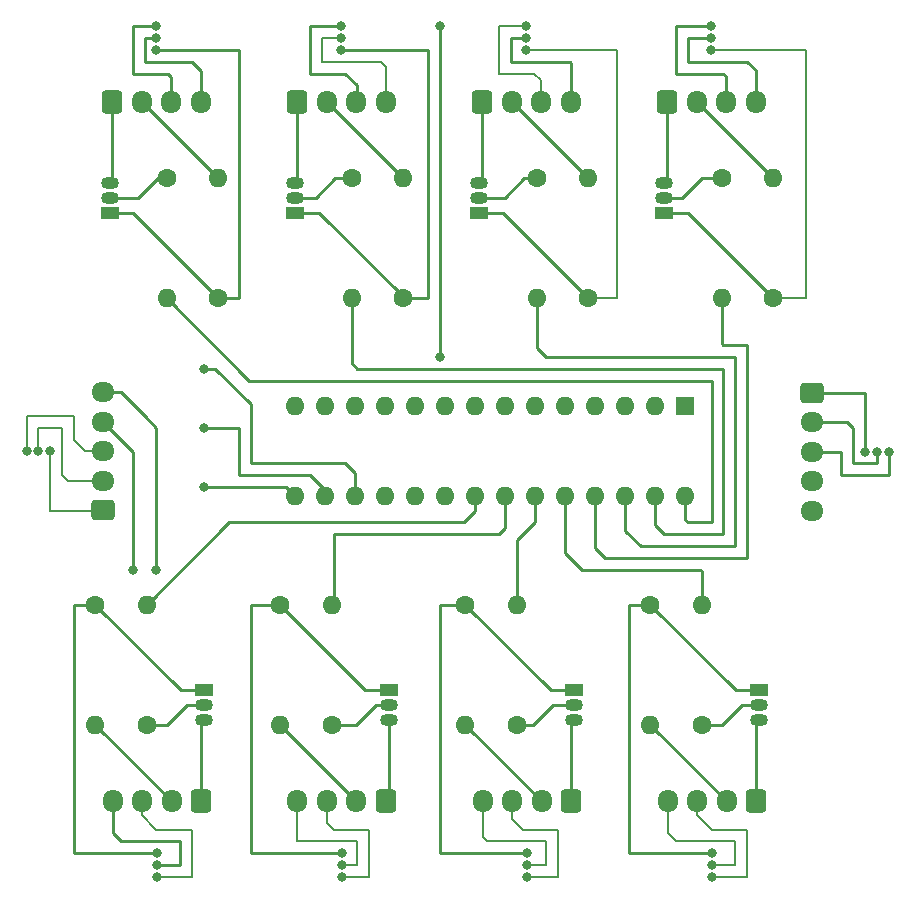
<source format=gbr>
%TF.GenerationSoftware,KiCad,Pcbnew,(6.0.10-0)*%
%TF.CreationDate,2023-02-19T00:01:58-07:00*%
%TF.ProjectId,andyvision_kicad,616e6479-7669-4736-996f-6e5f6b696361,1.0*%
%TF.SameCoordinates,Original*%
%TF.FileFunction,Copper,L2,Bot*%
%TF.FilePolarity,Positive*%
%FSLAX46Y46*%
G04 Gerber Fmt 4.6, Leading zero omitted, Abs format (unit mm)*
G04 Created by KiCad (PCBNEW (6.0.10-0)) date 2023-02-19 00:01:58*
%MOMM*%
%LPD*%
G01*
G04 APERTURE LIST*
G04 Aperture macros list*
%AMRoundRect*
0 Rectangle with rounded corners*
0 $1 Rounding radius*
0 $2 $3 $4 $5 $6 $7 $8 $9 X,Y pos of 4 corners*
0 Add a 4 corners polygon primitive as box body*
4,1,4,$2,$3,$4,$5,$6,$7,$8,$9,$2,$3,0*
0 Add four circle primitives for the rounded corners*
1,1,$1+$1,$2,$3*
1,1,$1+$1,$4,$5*
1,1,$1+$1,$6,$7*
1,1,$1+$1,$8,$9*
0 Add four rect primitives between the rounded corners*
20,1,$1+$1,$2,$3,$4,$5,0*
20,1,$1+$1,$4,$5,$6,$7,0*
20,1,$1+$1,$6,$7,$8,$9,0*
20,1,$1+$1,$8,$9,$2,$3,0*%
G04 Aperture macros list end*
%TA.AperFunction,ComponentPad*%
%ADD10C,1.600000*%
%TD*%
%TA.AperFunction,ComponentPad*%
%ADD11O,1.600000X1.600000*%
%TD*%
%TA.AperFunction,ComponentPad*%
%ADD12RoundRect,0.250000X0.725000X-0.600000X0.725000X0.600000X-0.725000X0.600000X-0.725000X-0.600000X0*%
%TD*%
%TA.AperFunction,ComponentPad*%
%ADD13O,1.950000X1.700000*%
%TD*%
%TA.AperFunction,ComponentPad*%
%ADD14RoundRect,0.250000X0.600000X0.725000X-0.600000X0.725000X-0.600000X-0.725000X0.600000X-0.725000X0*%
%TD*%
%TA.AperFunction,ComponentPad*%
%ADD15O,1.700000X1.950000*%
%TD*%
%TA.AperFunction,ComponentPad*%
%ADD16R,1.500000X1.050000*%
%TD*%
%TA.AperFunction,ComponentPad*%
%ADD17O,1.500000X1.050000*%
%TD*%
%TA.AperFunction,ComponentPad*%
%ADD18RoundRect,0.250000X-0.600000X-0.725000X0.600000X-0.725000X0.600000X0.725000X-0.600000X0.725000X0*%
%TD*%
%TA.AperFunction,ComponentPad*%
%ADD19R,1.600000X1.600000*%
%TD*%
%TA.AperFunction,ComponentPad*%
%ADD20RoundRect,0.250000X-0.725000X0.600000X-0.725000X-0.600000X0.725000X-0.600000X0.725000X0.600000X0*%
%TD*%
%TA.AperFunction,ViaPad*%
%ADD21C,0.800000*%
%TD*%
%TA.AperFunction,Conductor*%
%ADD22C,0.250000*%
%TD*%
%TA.AperFunction,Conductor*%
%ADD23C,0.200000*%
%TD*%
G04 APERTURE END LIST*
D10*
%TO.P,R12,1*%
%TO.N,Net-(Q6-Pad2)*%
X150490000Y-117110000D03*
D11*
%TO.P,R12,2*%
%TO.N,/daisy/JPB15/DIG OUT*%
X150490000Y-106950000D03*
%TD*%
D10*
%TO.P,R16,1*%
%TO.N,Net-(Q8-Pad2)*%
X119170000Y-117110000D03*
D11*
%TO.P,R16,2*%
%TO.N,/daisy/JPB16/DIG OUT*%
X119170000Y-106950000D03*
%TD*%
D10*
%TO.P,R6,1*%
%TO.N,Net-(Q3-Pad2)*%
X152190000Y-70840000D03*
D11*
%TO.P,R6,2*%
%TO.N,/daisy/JPB12/DIG OUT*%
X152190000Y-81000000D03*
%TD*%
D10*
%TO.P,R11,1*%
%TO.N,GND*%
X146160000Y-106950000D03*
D11*
%TO.P,R11,2*%
%TO.N,/daisy/JPB15/DIG IN*%
X146160000Y-117110000D03*
%TD*%
D12*
%TO.P,J2,1,Pin_1*%
%TO.N,GND*%
X115475000Y-98975000D03*
D13*
%TO.P,J2,2,Pin_2*%
%TO.N,+12V*%
X115475000Y-96475000D03*
%TO.P,J2,3,Pin_3*%
%TO.N,+5V*%
X115475000Y-93975000D03*
%TO.P,J2,4,Pin_4*%
%TO.N,/daisy/SCL*%
X115475000Y-91475000D03*
%TO.P,J2,5,Pin_5*%
%TO.N,/daisy/SDA*%
X115475000Y-88975000D03*
%TD*%
D14*
%TO.P,J9,1,Pin_1*%
%TO.N,Net-(J9-Pad1)*%
X139435000Y-123555000D03*
D15*
%TO.P,J9,2,Pin_2*%
%TO.N,/daisy/JPB13/DIG IN*%
X136935000Y-123555000D03*
%TO.P,J9,3,Pin_3*%
%TO.N,+5V*%
X134435000Y-123555000D03*
%TO.P,J9,4,Pin_4*%
%TO.N,+12V*%
X131935000Y-123555000D03*
%TD*%
D10*
%TO.P,R13,1*%
%TO.N,GND*%
X130485000Y-106950000D03*
D11*
%TO.P,R13,2*%
%TO.N,/daisy/JPB13/DIG IN*%
X130485000Y-117110000D03*
%TD*%
D16*
%TO.P,Q4,1,E*%
%TO.N,GND*%
X163010000Y-73790000D03*
D17*
%TO.P,Q4,2,B*%
%TO.N,Net-(Q4-Pad2)*%
X163010000Y-72520000D03*
%TO.P,Q4,3,C*%
%TO.N,Net-(J6-Pad1)*%
X163010000Y-71250000D03*
%TD*%
D18*
%TO.P,J4,1,Pin_1*%
%TO.N,Net-(J4-Pad1)*%
X131910000Y-64395000D03*
D15*
%TO.P,J4,2,Pin_2*%
%TO.N,/daisy/JPB10/DIG IN*%
X134410000Y-64395000D03*
%TO.P,J4,3,Pin_3*%
%TO.N,+5V*%
X136910000Y-64395000D03*
%TO.P,J4,4,Pin_4*%
%TO.N,+12V*%
X139410000Y-64395000D03*
%TD*%
D10*
%TO.P,R4,1*%
%TO.N,Net-(Q2-Pad2)*%
X136530000Y-70840000D03*
D11*
%TO.P,R4,2*%
%TO.N,/daisy/JPB10/DIG OUT*%
X136530000Y-81000000D03*
%TD*%
D16*
%TO.P,Q7,1,E*%
%TO.N,GND*%
X139685000Y-114160000D03*
D17*
%TO.P,Q7,2,B*%
%TO.N,Net-(Q7-Pad2)*%
X139685000Y-115430000D03*
%TO.P,Q7,3,C*%
%TO.N,Net-(J9-Pad1)*%
X139685000Y-116700000D03*
%TD*%
D10*
%TO.P,R8,1*%
%TO.N,Net-(Q4-Pad2)*%
X167850000Y-70840000D03*
D11*
%TO.P,R8,2*%
%TO.N,/daisy/JPB11/DIG OUT*%
X167850000Y-81000000D03*
%TD*%
D16*
%TO.P,Q6,1,E*%
%TO.N,GND*%
X155330000Y-114160000D03*
D17*
%TO.P,Q6,2,B*%
%TO.N,Net-(Q6-Pad2)*%
X155330000Y-115430000D03*
%TO.P,Q6,3,C*%
%TO.N,Net-(J8-Pad1)*%
X155330000Y-116700000D03*
%TD*%
D10*
%TO.P,R7,1*%
%TO.N,GND*%
X172180000Y-81000000D03*
D11*
%TO.P,R7,2*%
%TO.N,/daisy/JPB11/DIG IN*%
X172180000Y-70840000D03*
%TD*%
D16*
%TO.P,Q3,1,E*%
%TO.N,GND*%
X147350000Y-73790000D03*
D17*
%TO.P,Q3,2,B*%
%TO.N,Net-(Q3-Pad2)*%
X147350000Y-72520000D03*
%TO.P,Q3,3,C*%
%TO.N,Net-(J5-Pad1)*%
X147350000Y-71250000D03*
%TD*%
D16*
%TO.P,Q5,1,E*%
%TO.N,GND*%
X170990000Y-114160000D03*
D17*
%TO.P,Q5,2,B*%
%TO.N,Net-(Q5-Pad2)*%
X170990000Y-115430000D03*
%TO.P,Q5,3,C*%
%TO.N,Net-(J7-Pad1)*%
X170990000Y-116700000D03*
%TD*%
D14*
%TO.P,J8,1,Pin_1*%
%TO.N,Net-(J8-Pad1)*%
X155110000Y-123555000D03*
D15*
%TO.P,J8,2,Pin_2*%
%TO.N,/daisy/JPB15/DIG IN*%
X152610000Y-123555000D03*
%TO.P,J8,3,Pin_3*%
%TO.N,+5V*%
X150110000Y-123555000D03*
%TO.P,J8,4,Pin_4*%
%TO.N,+12V*%
X147610000Y-123555000D03*
%TD*%
D18*
%TO.P,J5,1,Pin_1*%
%TO.N,Net-(J5-Pad1)*%
X147570000Y-64395000D03*
D15*
%TO.P,J5,2,Pin_2*%
%TO.N,/daisy/JPB12/DIG IN*%
X150070000Y-64395000D03*
%TO.P,J5,3,Pin_3*%
%TO.N,+5V*%
X152570000Y-64395000D03*
%TO.P,J5,4,Pin_4*%
%TO.N,+12V*%
X155070000Y-64395000D03*
%TD*%
D14*
%TO.P,J10,1,Pin_1*%
%TO.N,Net-(J10-Pad1)*%
X123790000Y-123555000D03*
D15*
%TO.P,J10,2,Pin_2*%
%TO.N,/daisy/JPB16/DIG IN*%
X121290000Y-123555000D03*
%TO.P,J10,3,Pin_3*%
%TO.N,+5V*%
X118790000Y-123555000D03*
%TO.P,J10,4,Pin_4*%
%TO.N,+12V*%
X116290000Y-123555000D03*
%TD*%
D16*
%TO.P,Q1,1,E*%
%TO.N,GND*%
X116030000Y-73790000D03*
D17*
%TO.P,Q1,2,B*%
%TO.N,Net-(Q1-Pad2)*%
X116030000Y-72520000D03*
%TO.P,Q1,3,C*%
%TO.N,Net-(J3-Pad1)*%
X116030000Y-71250000D03*
%TD*%
D16*
%TO.P,Q2,1,E*%
%TO.N,GND*%
X131690000Y-73790000D03*
D17*
%TO.P,Q2,2,B*%
%TO.N,Net-(Q2-Pad2)*%
X131690000Y-72520000D03*
%TO.P,Q2,3,C*%
%TO.N,Net-(J4-Pad1)*%
X131690000Y-71250000D03*
%TD*%
D10*
%TO.P,R9,1*%
%TO.N,GND*%
X161820000Y-106950000D03*
D11*
%TO.P,R9,2*%
%TO.N,/daisy/JPB14/DIG IN*%
X161820000Y-117110000D03*
%TD*%
D19*
%TO.P,U1,1,GPB0*%
%TO.N,/daisy/JPB16/DIG IN*%
X164772500Y-90175000D03*
D11*
%TO.P,U1,2,GPB1*%
%TO.N,/daisy/JPB13/DIG IN*%
X162232500Y-90175000D03*
%TO.P,U1,3,GPB2*%
%TO.N,/daisy/JPB15/DIG IN*%
X159692500Y-90175000D03*
%TO.P,U1,4,GPB3*%
%TO.N,/daisy/JPB14/DIG IN*%
X157152500Y-90175000D03*
%TO.P,U1,5,GPB4*%
%TO.N,/daisy/JPB11/DIG IN*%
X154612500Y-90175000D03*
%TO.P,U1,6,GPB5*%
%TO.N,/daisy/JPB12/DIG IN*%
X152072500Y-90175000D03*
%TO.P,U1,7,GPB6*%
%TO.N,/daisy/JPB10/DIG IN*%
X149532500Y-90175000D03*
%TO.P,U1,8,GPB7*%
%TO.N,/daisy/JPB9/DIG IN*%
X146992500Y-90175000D03*
%TO.P,U1,9,VDD*%
%TO.N,+5V*%
X144452500Y-90175000D03*
%TO.P,U1,10,VSS*%
%TO.N,GND*%
X141912500Y-90175000D03*
%TO.P,U1,11,NC*%
%TO.N,unconnected-(U1-Pad11)*%
X139372500Y-90175000D03*
%TO.P,U1,12,SCK*%
%TO.N,/daisy/SCL*%
X136832500Y-90175000D03*
%TO.P,U1,13,SDA*%
%TO.N,/daisy/SDA*%
X134292500Y-90175000D03*
%TO.P,U1,14,NC*%
%TO.N,unconnected-(U1-Pad14)*%
X131752500Y-90175000D03*
%TO.P,U1,15,A0*%
%TO.N,Net-(JP3-Pad2)*%
X131752500Y-97795000D03*
%TO.P,U1,16,A1*%
%TO.N,Net-(JP2-Pad2)*%
X134292500Y-97795000D03*
%TO.P,U1,17,A2*%
%TO.N,Net-(JP1-Pad2)*%
X136832500Y-97795000D03*
%TO.P,U1,18,~{RESET}*%
%TO.N,+5V*%
X139372500Y-97795000D03*
%TO.P,U1,19,INTB*%
%TO.N,unconnected-(U1-Pad19)*%
X141912500Y-97795000D03*
%TO.P,U1,20,INTA*%
%TO.N,unconnected-(U1-Pad20)*%
X144452500Y-97795000D03*
%TO.P,U1,21,GPA0*%
%TO.N,/daisy/JPB16/DIG OUT*%
X146992500Y-97795000D03*
%TO.P,U1,22,GPA1*%
%TO.N,/daisy/JPB13/DIG OUT*%
X149532500Y-97795000D03*
%TO.P,U1,23,GPA2*%
%TO.N,/daisy/JPB15/DIG OUT*%
X152072500Y-97795000D03*
%TO.P,U1,24,GPA3*%
%TO.N,/daisy/JPB14/DIG OUT*%
X154612500Y-97795000D03*
%TO.P,U1,25,GPA4*%
%TO.N,/daisy/JPB11/DIG OUT*%
X157152500Y-97795000D03*
%TO.P,U1,26,GPA5*%
%TO.N,/daisy/JPB12/DIG OUT*%
X159692500Y-97795000D03*
%TO.P,U1,27,GPA6*%
%TO.N,/daisy/JPB10/DIG OUT*%
X162232500Y-97795000D03*
%TO.P,U1,28,GPA7*%
%TO.N,/daisy/JPB9/DIG OUT*%
X164772500Y-97795000D03*
%TD*%
D10*
%TO.P,R2,1*%
%TO.N,Net-(Q1-Pad2)*%
X120870000Y-70840000D03*
D11*
%TO.P,R2,2*%
%TO.N,/daisy/JPB9/DIG OUT*%
X120870000Y-81000000D03*
%TD*%
D16*
%TO.P,Q8,1,E*%
%TO.N,GND*%
X124010000Y-114160000D03*
D17*
%TO.P,Q8,2,B*%
%TO.N,Net-(Q8-Pad2)*%
X124010000Y-115430000D03*
%TO.P,Q8,3,C*%
%TO.N,Net-(J10-Pad1)*%
X124010000Y-116700000D03*
%TD*%
D10*
%TO.P,R3,1*%
%TO.N,GND*%
X140860000Y-81000000D03*
D11*
%TO.P,R3,2*%
%TO.N,/daisy/JPB10/DIG IN*%
X140860000Y-70840000D03*
%TD*%
D10*
%TO.P,R1,1*%
%TO.N,GND*%
X125200000Y-81000000D03*
D11*
%TO.P,R1,2*%
%TO.N,/daisy/JPB9/DIG IN*%
X125200000Y-70840000D03*
%TD*%
D18*
%TO.P,J6,1,Pin_1*%
%TO.N,Net-(J6-Pad1)*%
X163230000Y-64395000D03*
D15*
%TO.P,J6,2,Pin_2*%
%TO.N,/daisy/JPB11/DIG IN*%
X165730000Y-64395000D03*
%TO.P,J6,3,Pin_3*%
%TO.N,+5V*%
X168230000Y-64395000D03*
%TO.P,J6,4,Pin_4*%
%TO.N,+12V*%
X170730000Y-64395000D03*
%TD*%
D10*
%TO.P,R10,1*%
%TO.N,Net-(Q5-Pad2)*%
X166150000Y-117110000D03*
D11*
%TO.P,R10,2*%
%TO.N,/daisy/JPB14/DIG OUT*%
X166150000Y-106950000D03*
%TD*%
D20*
%TO.P,J1,1,Pin_1*%
%TO.N,GND*%
X175525000Y-89000000D03*
D13*
%TO.P,J1,2,Pin_2*%
%TO.N,+12V*%
X175525000Y-91500000D03*
%TO.P,J1,3,Pin_3*%
%TO.N,+5V*%
X175525000Y-94000000D03*
%TO.P,J1,4,Pin_4*%
%TO.N,/daisy/SCL*%
X175525000Y-96500000D03*
%TO.P,J1,5,Pin_5*%
%TO.N,/daisy/SDA*%
X175525000Y-99000000D03*
%TD*%
D18*
%TO.P,J3,1,Pin_1*%
%TO.N,Net-(J3-Pad1)*%
X116250000Y-64395000D03*
D15*
%TO.P,J3,2,Pin_2*%
%TO.N,/daisy/JPB9/DIG IN*%
X118750000Y-64395000D03*
%TO.P,J3,3,Pin_3*%
%TO.N,+5V*%
X121250000Y-64395000D03*
%TO.P,J3,4,Pin_4*%
%TO.N,+12V*%
X123750000Y-64395000D03*
%TD*%
D10*
%TO.P,R15,1*%
%TO.N,GND*%
X114840000Y-106950000D03*
D11*
%TO.P,R15,2*%
%TO.N,/daisy/JPB16/DIG IN*%
X114840000Y-117110000D03*
%TD*%
D14*
%TO.P,J7,1,Pin_1*%
%TO.N,Net-(J7-Pad1)*%
X170770000Y-123555000D03*
D15*
%TO.P,J7,2,Pin_2*%
%TO.N,/daisy/JPB14/DIG IN*%
X168270000Y-123555000D03*
%TO.P,J7,3,Pin_3*%
%TO.N,+5V*%
X165770000Y-123555000D03*
%TO.P,J7,4,Pin_4*%
%TO.N,+12V*%
X163270000Y-123555000D03*
%TD*%
D10*
%TO.P,R5,1*%
%TO.N,GND*%
X156520000Y-81000000D03*
D11*
%TO.P,R5,2*%
%TO.N,/daisy/JPB12/DIG IN*%
X156520000Y-70840000D03*
%TD*%
D10*
%TO.P,R14,1*%
%TO.N,Net-(Q7-Pad2)*%
X134830000Y-117110000D03*
D11*
%TO.P,R14,2*%
%TO.N,/daisy/JPB13/DIG OUT*%
X134830000Y-106950000D03*
%TD*%
D21*
%TO.N,GND*%
X166980000Y-60000000D03*
X180000000Y-94000000D03*
X135660000Y-60000000D03*
X111000000Y-93975000D03*
X151320000Y-60000000D03*
X120040000Y-128000000D03*
X167020000Y-128000000D03*
X120000000Y-60000000D03*
X151360000Y-128000000D03*
X135685000Y-128000000D03*
%TO.N,+5V*%
X109000000Y-93975000D03*
X166980000Y-58000000D03*
X135685000Y-130000000D03*
X135660000Y-58000000D03*
X120000000Y-58000000D03*
X182000000Y-94000000D03*
X120040000Y-130000000D03*
X151320000Y-58000000D03*
X167020000Y-130000000D03*
X151360000Y-130000000D03*
X144000000Y-86000000D03*
X144000000Y-58000000D03*
%TO.N,+12V*%
X135660000Y-59000000D03*
X167020000Y-129000000D03*
X181000000Y-94000000D03*
X151320000Y-59000000D03*
X120040000Y-129000000D03*
X110000000Y-93975000D03*
X151360000Y-129000000D03*
X135685000Y-129000000D03*
X120000000Y-59000000D03*
X166980000Y-59000000D03*
%TO.N,Net-(JP1-Pad2)*%
X124000000Y-87000000D03*
%TO.N,Net-(JP2-Pad2)*%
X124000000Y-92000000D03*
%TO.N,/daisy/SCL*%
X118000000Y-104000000D03*
%TO.N,/daisy/SDA*%
X120000000Y-104000000D03*
%TO.N,Net-(JP3-Pad2)*%
X124000000Y-97000000D03*
%TD*%
D22*
%TO.N,GND*%
X153370000Y-114160000D02*
X146160000Y-106950000D01*
X137695000Y-114160000D02*
X130485000Y-106950000D01*
D23*
X111000000Y-93975000D02*
X111000000Y-99000000D01*
X159000000Y-81000000D02*
X159000000Y-60000000D01*
D22*
X161770000Y-107000000D02*
X160000000Y-107000000D01*
D23*
X172180000Y-81000000D02*
X175000000Y-81000000D01*
D22*
X143000000Y-60000000D02*
X135660000Y-60000000D01*
X131690000Y-73790000D02*
X133790000Y-73790000D01*
X117990000Y-73790000D02*
X125200000Y-81000000D01*
X122050000Y-114160000D02*
X114840000Y-106950000D01*
X144050000Y-106950000D02*
X144000000Y-107000000D01*
X140860000Y-80860000D02*
X140860000Y-81000000D01*
X170990000Y-114160000D02*
X169030000Y-114160000D01*
X133790000Y-73790000D02*
X140860000Y-80860000D01*
X143000000Y-81000000D02*
X143000000Y-60000000D01*
X164970000Y-73790000D02*
X172180000Y-81000000D01*
X113000000Y-128000000D02*
X120040000Y-128000000D01*
X128000000Y-107000000D02*
X128000000Y-128000000D01*
X113050000Y-106950000D02*
X113000000Y-107000000D01*
X146160000Y-106950000D02*
X144050000Y-106950000D01*
X125200000Y-81000000D02*
X127000000Y-81000000D01*
X139685000Y-114160000D02*
X137695000Y-114160000D01*
X160000000Y-107000000D02*
X160000000Y-128000000D01*
X163010000Y-73790000D02*
X164970000Y-73790000D01*
X175525000Y-89000000D02*
X180000000Y-89000000D01*
D23*
X175000000Y-60000000D02*
X166980000Y-60000000D01*
D22*
X116030000Y-73790000D02*
X117990000Y-73790000D01*
X155330000Y-114160000D02*
X153370000Y-114160000D01*
X149310000Y-73790000D02*
X156520000Y-81000000D01*
X128050000Y-106950000D02*
X128000000Y-107000000D01*
X124010000Y-114160000D02*
X122050000Y-114160000D01*
D23*
X115450000Y-99000000D02*
X115475000Y-98975000D01*
D22*
X130485000Y-106950000D02*
X128050000Y-106950000D01*
X147350000Y-73790000D02*
X149310000Y-73790000D01*
X180000000Y-89000000D02*
X180000000Y-94000000D01*
D23*
X156520000Y-81000000D02*
X159000000Y-81000000D01*
D22*
X161820000Y-106950000D02*
X161770000Y-107000000D01*
X113000000Y-107000000D02*
X113000000Y-128000000D01*
X169030000Y-114160000D02*
X161820000Y-106950000D01*
D23*
X111000000Y-99000000D02*
X115450000Y-99000000D01*
D22*
X160000000Y-128000000D02*
X167020000Y-128000000D01*
X127000000Y-60000000D02*
X120000000Y-60000000D01*
X114840000Y-106950000D02*
X113050000Y-106950000D01*
X127000000Y-81000000D02*
X127000000Y-60000000D01*
X140860000Y-81000000D02*
X143000000Y-81000000D01*
D23*
X159000000Y-60000000D02*
X151320000Y-60000000D01*
D22*
X144000000Y-128000000D02*
X151360000Y-128000000D01*
X128000000Y-128000000D02*
X135685000Y-128000000D01*
X144000000Y-107000000D02*
X144000000Y-128000000D01*
D23*
X175000000Y-81000000D02*
X175000000Y-60000000D01*
%TO.N,+5V*%
X113000000Y-91000000D02*
X113000000Y-93000000D01*
D22*
X178000000Y-96000000D02*
X182000000Y-96000000D01*
X168230000Y-62230000D02*
X168000000Y-62000000D01*
X133000000Y-58000000D02*
X135660000Y-58000000D01*
X164000000Y-58000000D02*
X166980000Y-58000000D01*
D23*
X135000000Y-126000000D02*
X134435000Y-125435000D01*
D22*
X137000000Y-63000000D02*
X137000000Y-64305000D01*
D23*
X120040000Y-130000000D02*
X123000000Y-130000000D01*
X151000000Y-126000000D02*
X150110000Y-125110000D01*
D22*
X121250000Y-64395000D02*
X121250000Y-62250000D01*
D23*
X138000000Y-126000000D02*
X135000000Y-126000000D01*
X154000000Y-126000000D02*
X151000000Y-126000000D01*
X150110000Y-125110000D02*
X150110000Y-123555000D01*
D22*
X137000000Y-64305000D02*
X136910000Y-64395000D01*
D23*
X109000000Y-93975000D02*
X109000000Y-91000000D01*
D22*
X133000000Y-62000000D02*
X133000000Y-58000000D01*
X168000000Y-62000000D02*
X164000000Y-62000000D01*
D23*
X118790000Y-124790000D02*
X118790000Y-123555000D01*
X151360000Y-130000000D02*
X154000000Y-130000000D01*
X167020000Y-130000000D02*
X170000000Y-130000000D01*
X149000000Y-58000000D02*
X151320000Y-58000000D01*
X123000000Y-130000000D02*
X123000000Y-126000000D01*
D22*
X118000000Y-58000000D02*
X120000000Y-58000000D01*
D23*
X152570000Y-62570000D02*
X152000000Y-62000000D01*
D22*
X118000000Y-62000000D02*
X118000000Y-58000000D01*
D23*
X138000000Y-130000000D02*
X138000000Y-126000000D01*
X170000000Y-130000000D02*
X170000000Y-126000000D01*
X154000000Y-130000000D02*
X154000000Y-126000000D01*
D22*
X121000000Y-62000000D02*
X118000000Y-62000000D01*
D23*
X149000000Y-62000000D02*
X149000000Y-58000000D01*
D22*
X175525000Y-94000000D02*
X178000000Y-94000000D01*
D23*
X120000000Y-126000000D02*
X118790000Y-124790000D01*
D22*
X144000000Y-86000000D02*
X144000000Y-58000000D01*
D23*
X135685000Y-130000000D02*
X138000000Y-130000000D01*
X113000000Y-93000000D02*
X113975000Y-93975000D01*
X134435000Y-125435000D02*
X134435000Y-123555000D01*
D22*
X164000000Y-62000000D02*
X164000000Y-58000000D01*
D23*
X113975000Y-93975000D02*
X115475000Y-93975000D01*
D22*
X182000000Y-96000000D02*
X182000000Y-94000000D01*
D23*
X167000000Y-126000000D02*
X165770000Y-124770000D01*
D22*
X133000000Y-62000000D02*
X136000000Y-62000000D01*
X178000000Y-94000000D02*
X178000000Y-96000000D01*
X121250000Y-62250000D02*
X121000000Y-62000000D01*
D23*
X152000000Y-62000000D02*
X149000000Y-62000000D01*
X109000000Y-91000000D02*
X113000000Y-91000000D01*
X165770000Y-124770000D02*
X165770000Y-123555000D01*
X123000000Y-126000000D02*
X120000000Y-126000000D01*
D22*
X136000000Y-62000000D02*
X137000000Y-63000000D01*
D23*
X170000000Y-126000000D02*
X167000000Y-126000000D01*
D22*
X168230000Y-64395000D02*
X168230000Y-62230000D01*
D23*
X152570000Y-64395000D02*
X152570000Y-62570000D01*
%TO.N,+12V*%
X164000000Y-127000000D02*
X163270000Y-126270000D01*
D22*
X170730000Y-64395000D02*
X170730000Y-61730000D01*
X170730000Y-61730000D02*
X170000000Y-61000000D01*
D23*
X131935000Y-126935000D02*
X131935000Y-123555000D01*
X135685000Y-129000000D02*
X137000000Y-129000000D01*
X110000000Y-93975000D02*
X110000000Y-92000000D01*
D22*
X165000000Y-59000000D02*
X166980000Y-59000000D01*
X155070000Y-64395000D02*
X155070000Y-61070000D01*
D23*
X148000000Y-127000000D02*
X147610000Y-126610000D01*
D22*
X155070000Y-61070000D02*
X155000000Y-61000000D01*
D23*
X134000000Y-59000000D02*
X134000000Y-61000000D01*
X153000000Y-129000000D02*
X153000000Y-127000000D01*
X137000000Y-127000000D02*
X132000000Y-127000000D01*
D22*
X150000000Y-61000000D02*
X150000000Y-59000000D01*
D23*
X137000000Y-129000000D02*
X137000000Y-127000000D01*
D22*
X150000000Y-59000000D02*
X151320000Y-59000000D01*
D23*
X110000000Y-92000000D02*
X112000000Y-92000000D01*
X163270000Y-126270000D02*
X163270000Y-123555000D01*
D22*
X120040000Y-129000000D02*
X122000000Y-129000000D01*
X123000000Y-61000000D02*
X123750000Y-61750000D01*
X123750000Y-61750000D02*
X123750000Y-64395000D01*
X122000000Y-127000000D02*
X117000000Y-127000000D01*
X119000000Y-59000000D02*
X120000000Y-59000000D01*
X165000000Y-61000000D02*
X165000000Y-59000000D01*
X119000000Y-61000000D02*
X123000000Y-61000000D01*
D23*
X112000000Y-92000000D02*
X112000000Y-96000000D01*
X167020000Y-129000000D02*
X169000000Y-129000000D01*
D22*
X170000000Y-61000000D02*
X165000000Y-61000000D01*
X179000000Y-92000000D02*
X179000000Y-95000000D01*
D23*
X169000000Y-129000000D02*
X169000000Y-127000000D01*
D22*
X155000000Y-61000000D02*
X150000000Y-61000000D01*
D23*
X147610000Y-126610000D02*
X147610000Y-123555000D01*
X134000000Y-61000000D02*
X139000000Y-61000000D01*
X153000000Y-127000000D02*
X148000000Y-127000000D01*
D22*
X119000000Y-61000000D02*
X119000000Y-59000000D01*
D23*
X139410000Y-61410000D02*
X139410000Y-64395000D01*
X139000000Y-61000000D02*
X139410000Y-61410000D01*
D22*
X122000000Y-129000000D02*
X122000000Y-127000000D01*
X179000000Y-95000000D02*
X181000000Y-95000000D01*
D23*
X112000000Y-96000000D02*
X112475000Y-96475000D01*
X112475000Y-96475000D02*
X115475000Y-96475000D01*
X132000000Y-127000000D02*
X131935000Y-126935000D01*
X135660000Y-59000000D02*
X134000000Y-59000000D01*
D22*
X116290000Y-126290000D02*
X116290000Y-123555000D01*
X175525000Y-91500000D02*
X178500000Y-91500000D01*
X117000000Y-127000000D02*
X116290000Y-126290000D01*
X178500000Y-91500000D02*
X179000000Y-92000000D01*
D23*
X151360000Y-129000000D02*
X153000000Y-129000000D01*
D22*
X181000000Y-95000000D02*
X181000000Y-94000000D01*
D23*
X169000000Y-127000000D02*
X164000000Y-127000000D01*
D22*
%TO.N,Net-(JP1-Pad2)*%
X125000000Y-87000000D02*
X128000000Y-90000000D01*
X124000000Y-87000000D02*
X125000000Y-87000000D01*
X128000000Y-95000000D02*
X136000000Y-95000000D01*
X136000000Y-95000000D02*
X136832500Y-95832500D01*
X128000000Y-90000000D02*
X128000000Y-95000000D01*
X136832500Y-95832500D02*
X136832500Y-97795000D01*
%TO.N,Net-(JP2-Pad2)*%
X127000000Y-92000000D02*
X127000000Y-96000000D01*
X127000000Y-96000000D02*
X133000000Y-96000000D01*
X124000000Y-92000000D02*
X127000000Y-92000000D01*
X134292500Y-97292500D02*
X134292500Y-97795000D01*
X133000000Y-96000000D02*
X134292500Y-97292500D01*
%TO.N,Net-(Q1-Pad2)*%
X120870000Y-70840000D02*
X120160000Y-70840000D01*
X118480000Y-72520000D02*
X116030000Y-72520000D01*
X120160000Y-70840000D02*
X118480000Y-72520000D01*
%TO.N,Net-(Q2-Pad2)*%
X136530000Y-70840000D02*
X135160000Y-70840000D01*
X133480000Y-72520000D02*
X131690000Y-72520000D01*
X135160000Y-70840000D02*
X133480000Y-72520000D01*
%TO.N,Net-(Q3-Pad2)*%
X152190000Y-70840000D02*
X151160000Y-70840000D01*
X151160000Y-70840000D02*
X149480000Y-72520000D01*
X149480000Y-72520000D02*
X147350000Y-72520000D01*
%TO.N,Net-(Q4-Pad2)*%
X166160000Y-70840000D02*
X164480000Y-72520000D01*
X164480000Y-72520000D02*
X163010000Y-72520000D01*
X167850000Y-70840000D02*
X166160000Y-70840000D01*
%TO.N,Net-(Q5-Pad2)*%
X170990000Y-115430000D02*
X169570000Y-115430000D01*
X167890000Y-117110000D02*
X166150000Y-117110000D01*
X169570000Y-115430000D02*
X167890000Y-117110000D01*
%TO.N,Net-(Q6-Pad2)*%
X155330000Y-115430000D02*
X153570000Y-115430000D01*
X153570000Y-115430000D02*
X151890000Y-117110000D01*
X151890000Y-117110000D02*
X150490000Y-117110000D01*
%TO.N,Net-(Q7-Pad2)*%
X138570000Y-115430000D02*
X136890000Y-117110000D01*
X139685000Y-115430000D02*
X138570000Y-115430000D01*
X136890000Y-117110000D02*
X134830000Y-117110000D01*
%TO.N,Net-(Q8-Pad2)*%
X120890000Y-117110000D02*
X119170000Y-117110000D01*
X122570000Y-115430000D02*
X120890000Y-117110000D01*
X124010000Y-115430000D02*
X122570000Y-115430000D01*
%TO.N,Net-(J3-Pad1)*%
X116250000Y-71030000D02*
X116030000Y-71250000D01*
X116250000Y-64395000D02*
X116250000Y-71030000D01*
%TO.N,Net-(J4-Pad1)*%
X131910000Y-71030000D02*
X131690000Y-71250000D01*
X131910000Y-64395000D02*
X131910000Y-71030000D01*
%TO.N,Net-(J5-Pad1)*%
X147570000Y-71030000D02*
X147350000Y-71250000D01*
X147570000Y-64395000D02*
X147570000Y-71030000D01*
%TO.N,Net-(J6-Pad1)*%
X163230000Y-71030000D02*
X163010000Y-71250000D01*
X163230000Y-64395000D02*
X163230000Y-71030000D01*
%TO.N,Net-(J7-Pad1)*%
X170770000Y-123555000D02*
X170770000Y-116920000D01*
X170770000Y-116920000D02*
X170990000Y-116700000D01*
%TO.N,Net-(J8-Pad1)*%
X155330000Y-116700000D02*
X155110000Y-116920000D01*
X155110000Y-116920000D02*
X155110000Y-123555000D01*
%TO.N,Net-(J9-Pad1)*%
X139685000Y-123305000D02*
X139685000Y-116700000D01*
X139435000Y-123555000D02*
X139685000Y-123305000D01*
%TO.N,Net-(J10-Pad1)*%
X123790000Y-116920000D02*
X124010000Y-116700000D01*
X123790000Y-123555000D02*
X123790000Y-116920000D01*
%TO.N,/daisy/SCL*%
X118000000Y-94000000D02*
X118000000Y-104000000D01*
X115475000Y-91475000D02*
X118000000Y-94000000D01*
%TO.N,/daisy/SDA*%
X119000000Y-91000000D02*
X120000000Y-92000000D01*
X120000000Y-92000000D02*
X120000000Y-104000000D01*
X116975000Y-88975000D02*
X119000000Y-91000000D01*
X115475000Y-88975000D02*
X116975000Y-88975000D01*
%TO.N,/daisy/JPB9/DIG IN*%
X118750000Y-64395000D02*
X118755000Y-64395000D01*
X118755000Y-64395000D02*
X125200000Y-70840000D01*
%TO.N,/daisy/JPB10/DIG IN*%
X134415000Y-64395000D02*
X140860000Y-70840000D01*
X134410000Y-64395000D02*
X134415000Y-64395000D01*
%TO.N,/daisy/JPB12/DIG IN*%
X150070000Y-64395000D02*
X156515000Y-70840000D01*
X156515000Y-70840000D02*
X156520000Y-70840000D01*
%TO.N,/daisy/JPB11/DIG IN*%
X165730000Y-64395000D02*
X165735000Y-64395000D01*
X165735000Y-64395000D02*
X172180000Y-70840000D01*
%TO.N,/daisy/JPB14/DIG IN*%
X168270000Y-123555000D02*
X161825000Y-117110000D01*
X161825000Y-117110000D02*
X161820000Y-117110000D01*
%TO.N,/daisy/JPB15/DIG IN*%
X146160000Y-117110000D02*
X146165000Y-117110000D01*
X146165000Y-117110000D02*
X152610000Y-123555000D01*
%TO.N,/daisy/JPB13/DIG IN*%
X136930000Y-123555000D02*
X130485000Y-117110000D01*
X136935000Y-123555000D02*
X136930000Y-123555000D01*
%TO.N,/daisy/JPB16/DIG IN*%
X121290000Y-123555000D02*
X121285000Y-123555000D01*
X121285000Y-123555000D02*
X114840000Y-117110000D01*
%TO.N,/daisy/JPB9/DIG OUT*%
X165000000Y-100000000D02*
X164772500Y-99772500D01*
X120870000Y-81000000D02*
X127870000Y-88000000D01*
X167000000Y-100000000D02*
X165000000Y-100000000D01*
X164772500Y-99772500D02*
X164772500Y-97795000D01*
X127870000Y-88000000D02*
X167000000Y-88000000D01*
X167000000Y-88000000D02*
X167000000Y-100000000D01*
%TO.N,/daisy/JPB10/DIG OUT*%
X137000000Y-87000000D02*
X168000000Y-87000000D01*
X136530000Y-86530000D02*
X137000000Y-87000000D01*
X168000000Y-87000000D02*
X168000000Y-101000000D01*
X162232500Y-100232500D02*
X162232500Y-97795000D01*
X136530000Y-81000000D02*
X136530000Y-86530000D01*
X168000000Y-101000000D02*
X163000000Y-101000000D01*
X163000000Y-101000000D02*
X162232500Y-100232500D01*
%TO.N,/daisy/JPB12/DIG OUT*%
X153000000Y-86000000D02*
X169000000Y-86000000D01*
X161000000Y-102000000D02*
X159692500Y-100692500D01*
X152190000Y-85190000D02*
X153000000Y-86000000D01*
X159692500Y-100692500D02*
X159692500Y-97795000D01*
X169000000Y-86000000D02*
X169000000Y-102000000D01*
X169000000Y-102000000D02*
X161000000Y-102000000D01*
X152190000Y-81000000D02*
X152190000Y-85190000D01*
%TO.N,/daisy/JPB11/DIG OUT*%
X167850000Y-81000000D02*
X167850000Y-84850000D01*
X158000000Y-103000000D02*
X157152500Y-102152500D01*
X168000000Y-85000000D02*
X170000000Y-85000000D01*
X170000000Y-85000000D02*
X170000000Y-103000000D01*
X167850000Y-84850000D02*
X168000000Y-85000000D01*
X170000000Y-103000000D02*
X158000000Y-103000000D01*
X157152500Y-102152500D02*
X157152500Y-97795000D01*
%TO.N,/daisy/JPB14/DIG OUT*%
X166150000Y-104150000D02*
X166000000Y-104000000D01*
X154612500Y-102612500D02*
X154612500Y-97795000D01*
X166000000Y-104000000D02*
X156000000Y-104000000D01*
X156000000Y-104000000D02*
X154612500Y-102612500D01*
X166150000Y-106950000D02*
X166150000Y-104150000D01*
%TO.N,/daisy/JPB15/DIG OUT*%
X150490000Y-101510000D02*
X152072500Y-99927500D01*
X150490000Y-106950000D02*
X150490000Y-101510000D01*
X152072500Y-99927500D02*
X152072500Y-97795000D01*
%TO.N,/daisy/JPB13/DIG OUT*%
X134830000Y-106950000D02*
X135000000Y-106780000D01*
X135000000Y-101000000D02*
X149000000Y-101000000D01*
X149000000Y-101000000D02*
X149532500Y-100467500D01*
X149532500Y-100467500D02*
X149532500Y-97795000D01*
X135000000Y-106780000D02*
X135000000Y-101000000D01*
%TO.N,/daisy/JPB16/DIG OUT*%
X146992500Y-99007500D02*
X146992500Y-97795000D01*
X146000000Y-100000000D02*
X146992500Y-99007500D01*
X126120000Y-100000000D02*
X146000000Y-100000000D01*
X119170000Y-106950000D02*
X126120000Y-100000000D01*
%TO.N,Net-(JP3-Pad2)*%
X124000000Y-97000000D02*
X130957500Y-97000000D01*
X130957500Y-97000000D02*
X131752500Y-97795000D01*
%TD*%
M02*

</source>
